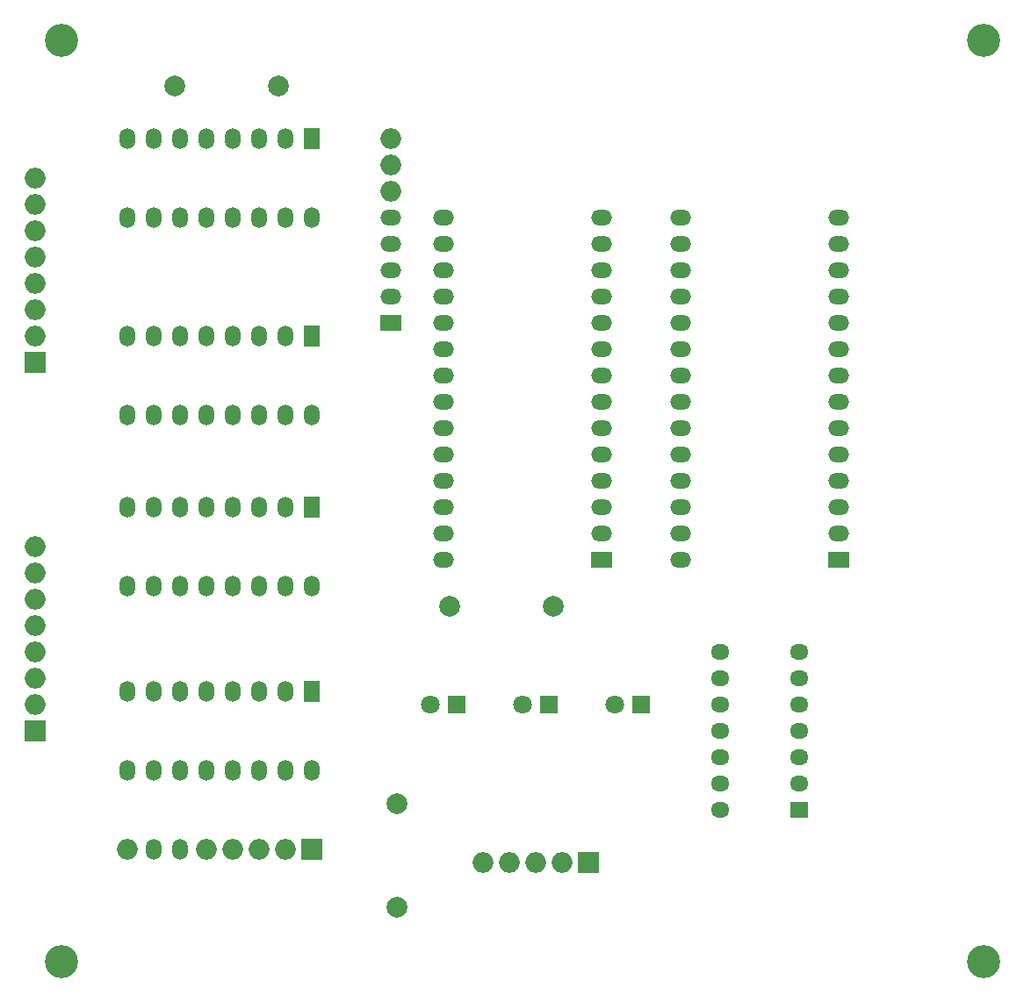
<source format=gbr>
G04 #@! TF.GenerationSoftware,KiCad,Pcbnew,(5.1.8)-1*
G04 #@! TF.CreationDate,2024-07-20T23:50:35+03:00*
G04 #@! TF.ProjectId,RAM,52414d2e-6b69-4636-9164-5f7063625858,rev?*
G04 #@! TF.SameCoordinates,PXc1c960PYc1c960*
G04 #@! TF.FileFunction,Soldermask,Bot*
G04 #@! TF.FilePolarity,Negative*
%FSLAX46Y46*%
G04 Gerber Fmt 4.6, Leading zero omitted, Abs format (unit mm)*
G04 Created by KiCad (PCBNEW (5.1.8)-1) date 2024-07-20 23:50:35*
%MOMM*%
%LPD*%
G01*
G04 APERTURE LIST*
%ADD10C,2.000000*%
%ADD11O,2.000000X2.000000*%
%ADD12R,2.000000X2.000000*%
%ADD13O,2.000000X1.500000*%
%ADD14R,2.000000X1.500000*%
%ADD15C,1.800000*%
%ADD16R,1.800000X1.800000*%
%ADD17C,3.200000*%
%ADD18O,1.800000X1.500000*%
%ADD19R,1.800000X1.500000*%
%ADD20O,1.500000X2.000000*%
%ADD21R,1.500000X2.000000*%
G04 APERTURE END LIST*
D10*
X52545000Y-59690000D03*
X42545000Y-59690000D03*
X16035000Y-9525000D03*
X26035000Y-9525000D03*
D11*
X45720000Y-84455000D03*
X48260000Y-84455000D03*
X50800000Y-84455000D03*
X53340000Y-84455000D03*
D12*
X55880000Y-84455000D03*
D11*
X36830000Y-14605000D03*
X36830000Y-17145000D03*
X36830000Y-19685000D03*
D13*
X36830000Y-22225000D03*
X36830000Y-24765000D03*
X36830000Y-27305000D03*
X36830000Y-29845000D03*
D14*
X36830000Y-32385000D03*
D11*
X2540000Y-53975000D03*
X2540000Y-56515000D03*
X2540000Y-59055000D03*
X2540000Y-61595000D03*
X2540000Y-64135000D03*
X2540000Y-66675000D03*
X2540000Y-69215000D03*
D12*
X2540000Y-71755000D03*
D11*
X2540000Y-18415000D03*
X2540000Y-20955000D03*
X2540000Y-23495000D03*
X2540000Y-26035000D03*
X2540000Y-28575000D03*
X2540000Y-31115000D03*
X2540000Y-33655000D03*
D12*
X2540000Y-36195000D03*
D15*
X40640000Y-69215000D03*
D16*
X43180000Y-69215000D03*
D15*
X49530000Y-69215000D03*
D16*
X52070000Y-69215000D03*
D15*
X58420000Y-69215000D03*
D16*
X60960000Y-69215000D03*
D17*
X93980000Y-93980000D03*
X93980000Y-5080000D03*
X5080000Y-93980000D03*
X5080000Y-5080000D03*
D13*
X64770000Y-55245000D03*
X80010000Y-22225000D03*
X64770000Y-52705000D03*
X80010000Y-24765000D03*
X64770000Y-50165000D03*
X80010000Y-27305000D03*
X64770000Y-47625000D03*
X80010000Y-29845000D03*
X64770000Y-45085000D03*
X80010000Y-32385000D03*
X64770000Y-42545000D03*
X80010000Y-34925000D03*
X64770000Y-40005000D03*
X80010000Y-37465000D03*
X64770000Y-37465000D03*
X80010000Y-40005000D03*
X64770000Y-34925000D03*
X80010000Y-42545000D03*
X64770000Y-32385000D03*
X80010000Y-45085000D03*
X64770000Y-29845000D03*
X80010000Y-47625000D03*
X64770000Y-27305000D03*
X80010000Y-50165000D03*
X64770000Y-24765000D03*
X80010000Y-52705000D03*
X64770000Y-22225000D03*
D14*
X80010000Y-55245000D03*
D18*
X68580000Y-79375000D03*
X76200000Y-64135000D03*
X68580000Y-76835000D03*
X76200000Y-66675000D03*
X68580000Y-74295000D03*
X76200000Y-69215000D03*
X68580000Y-71755000D03*
X76200000Y-71755000D03*
X68580000Y-69215000D03*
X76200000Y-74295000D03*
X68580000Y-66675000D03*
X76200000Y-76835000D03*
X68580000Y-64135000D03*
D19*
X76200000Y-79375000D03*
D10*
X37465000Y-88740000D03*
X37465000Y-78740000D03*
D11*
X11430000Y-83185000D03*
D20*
X13970000Y-83185000D03*
X16510000Y-83185000D03*
D11*
X19050000Y-83185000D03*
X21590000Y-83185000D03*
X24130000Y-83185000D03*
X26670000Y-83185000D03*
D12*
X29210000Y-83185000D03*
D21*
X29210000Y-14605000D03*
D20*
X11430000Y-22225000D03*
X26670000Y-14605000D03*
X13970000Y-22225000D03*
X24130000Y-14605000D03*
X16510000Y-22225000D03*
X21590000Y-14605000D03*
X19050000Y-22225000D03*
X19050000Y-14605000D03*
X21590000Y-22225000D03*
X16510000Y-14605000D03*
X24130000Y-22225000D03*
X13970000Y-14605000D03*
X26670000Y-22225000D03*
X11430000Y-14605000D03*
X29210000Y-22225000D03*
D14*
X57150000Y-55245000D03*
D13*
X41910000Y-22225000D03*
X57150000Y-52705000D03*
X41910000Y-24765000D03*
X57150000Y-50165000D03*
X41910000Y-27305000D03*
X57150000Y-47625000D03*
X41910000Y-29845000D03*
X57150000Y-45085000D03*
X41910000Y-32385000D03*
X57150000Y-42545000D03*
X41910000Y-34925000D03*
X57150000Y-40005000D03*
X41910000Y-37465000D03*
X57150000Y-37465000D03*
X41910000Y-40005000D03*
X57150000Y-34925000D03*
X41910000Y-42545000D03*
X57150000Y-32385000D03*
X41910000Y-45085000D03*
X57150000Y-29845000D03*
X41910000Y-47625000D03*
X57150000Y-27305000D03*
X41910000Y-50165000D03*
X57150000Y-24765000D03*
X41910000Y-52705000D03*
X57150000Y-22225000D03*
X41910000Y-55245000D03*
D20*
X29210000Y-41275000D03*
X11430000Y-33655000D03*
X26670000Y-41275000D03*
X13970000Y-33655000D03*
X24130000Y-41275000D03*
X16510000Y-33655000D03*
X21590000Y-41275000D03*
X19050000Y-33655000D03*
X19050000Y-41275000D03*
X21590000Y-33655000D03*
X16510000Y-41275000D03*
X24130000Y-33655000D03*
X13970000Y-41275000D03*
X26670000Y-33655000D03*
X11430000Y-41275000D03*
D21*
X29210000Y-33655000D03*
X29210000Y-50165000D03*
D20*
X11430000Y-57785000D03*
X26670000Y-50165000D03*
X13970000Y-57785000D03*
X24130000Y-50165000D03*
X16510000Y-57785000D03*
X21590000Y-50165000D03*
X19050000Y-57785000D03*
X19050000Y-50165000D03*
X21590000Y-57785000D03*
X16510000Y-50165000D03*
X24130000Y-57785000D03*
X13970000Y-50165000D03*
X26670000Y-57785000D03*
X11430000Y-50165000D03*
X29210000Y-57785000D03*
X29210000Y-75565000D03*
X11430000Y-67945000D03*
X26670000Y-75565000D03*
X13970000Y-67945000D03*
X24130000Y-75565000D03*
X16510000Y-67945000D03*
X21590000Y-75565000D03*
X19050000Y-67945000D03*
X19050000Y-75565000D03*
X21590000Y-67945000D03*
X16510000Y-75565000D03*
X24130000Y-67945000D03*
X13970000Y-75565000D03*
X26670000Y-67945000D03*
X11430000Y-75565000D03*
D21*
X29210000Y-67945000D03*
M02*

</source>
